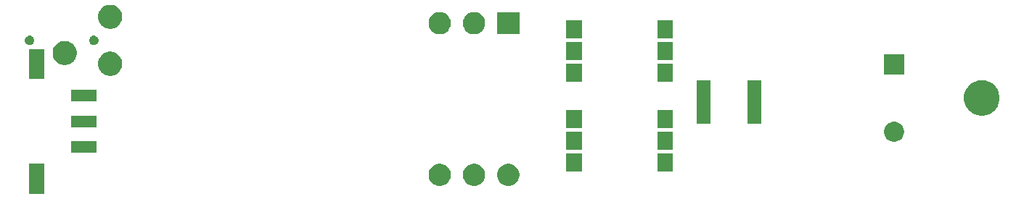
<source format=gbr>
G04 #@! TF.GenerationSoftware,KiCad,Pcbnew,(5.1.0)-1*
G04 #@! TF.CreationDate,2022-11-08T16:58:41+01:00*
G04 #@! TF.ProjectId,DualPressure_V1,4475616c-5072-4657-9373-7572655f5631,rev?*
G04 #@! TF.SameCoordinates,Original*
G04 #@! TF.FileFunction,Soldermask,Bot*
G04 #@! TF.FilePolarity,Negative*
%FSLAX46Y46*%
G04 Gerber Fmt 4.6, Leading zero omitted, Abs format (unit mm)*
G04 Created by KiCad (PCBNEW (5.1.0)-1) date 2022-11-08 16:58:41*
%MOMM*%
%LPD*%
G04 APERTURE LIST*
%ADD10C,0.100000*%
G04 APERTURE END LIST*
D10*
G36*
X128126000Y-110721000D02*
G01*
X126374000Y-110721000D01*
X126374000Y-107189000D01*
X128126000Y-107189000D01*
X128126000Y-110721000D01*
X128126000Y-110721000D01*
G37*
G36*
X182629487Y-107248996D02*
G01*
X182866253Y-107347068D01*
X182866255Y-107347069D01*
X183079339Y-107489447D01*
X183260553Y-107670661D01*
X183402932Y-107883747D01*
X183501004Y-108120513D01*
X183551000Y-108371861D01*
X183551000Y-108628139D01*
X183501004Y-108879487D01*
X183402932Y-109116253D01*
X183402931Y-109116255D01*
X183260553Y-109329339D01*
X183079339Y-109510553D01*
X182866255Y-109652931D01*
X182866254Y-109652932D01*
X182866253Y-109652932D01*
X182629487Y-109751004D01*
X182378139Y-109801000D01*
X182121861Y-109801000D01*
X181870513Y-109751004D01*
X181633747Y-109652932D01*
X181633746Y-109652932D01*
X181633745Y-109652931D01*
X181420661Y-109510553D01*
X181239447Y-109329339D01*
X181097069Y-109116255D01*
X181097068Y-109116253D01*
X180998996Y-108879487D01*
X180949000Y-108628139D01*
X180949000Y-108371861D01*
X180998996Y-108120513D01*
X181097068Y-107883747D01*
X181239447Y-107670661D01*
X181420661Y-107489447D01*
X181633745Y-107347069D01*
X181633747Y-107347068D01*
X181870513Y-107248996D01*
X182121861Y-107199000D01*
X182378139Y-107199000D01*
X182629487Y-107248996D01*
X182629487Y-107248996D01*
G37*
G36*
X174629487Y-107248996D02*
G01*
X174866253Y-107347068D01*
X174866255Y-107347069D01*
X175079339Y-107489447D01*
X175260553Y-107670661D01*
X175402932Y-107883747D01*
X175501004Y-108120513D01*
X175551000Y-108371861D01*
X175551000Y-108628139D01*
X175501004Y-108879487D01*
X175402932Y-109116253D01*
X175402931Y-109116255D01*
X175260553Y-109329339D01*
X175079339Y-109510553D01*
X174866255Y-109652931D01*
X174866254Y-109652932D01*
X174866253Y-109652932D01*
X174629487Y-109751004D01*
X174378139Y-109801000D01*
X174121861Y-109801000D01*
X173870513Y-109751004D01*
X173633747Y-109652932D01*
X173633746Y-109652932D01*
X173633745Y-109652931D01*
X173420661Y-109510553D01*
X173239447Y-109329339D01*
X173097069Y-109116255D01*
X173097068Y-109116253D01*
X172998996Y-108879487D01*
X172949000Y-108628139D01*
X172949000Y-108371861D01*
X172998996Y-108120513D01*
X173097068Y-107883747D01*
X173239447Y-107670661D01*
X173420661Y-107489447D01*
X173633745Y-107347069D01*
X173633747Y-107347068D01*
X173870513Y-107248996D01*
X174121861Y-107199000D01*
X174378139Y-107199000D01*
X174629487Y-107248996D01*
X174629487Y-107248996D01*
G37*
G36*
X178629487Y-107248996D02*
G01*
X178866253Y-107347068D01*
X178866255Y-107347069D01*
X179079339Y-107489447D01*
X179260553Y-107670661D01*
X179402932Y-107883747D01*
X179501004Y-108120513D01*
X179551000Y-108371861D01*
X179551000Y-108628139D01*
X179501004Y-108879487D01*
X179402932Y-109116253D01*
X179402931Y-109116255D01*
X179260553Y-109329339D01*
X179079339Y-109510553D01*
X178866255Y-109652931D01*
X178866254Y-109652932D01*
X178866253Y-109652932D01*
X178629487Y-109751004D01*
X178378139Y-109801000D01*
X178121861Y-109801000D01*
X177870513Y-109751004D01*
X177633747Y-109652932D01*
X177633746Y-109652932D01*
X177633745Y-109652931D01*
X177420661Y-109510553D01*
X177239447Y-109329339D01*
X177097069Y-109116255D01*
X177097068Y-109116253D01*
X176998996Y-108879487D01*
X176949000Y-108628139D01*
X176949000Y-108371861D01*
X176998996Y-108120513D01*
X177097068Y-107883747D01*
X177239447Y-107670661D01*
X177420661Y-107489447D01*
X177633745Y-107347069D01*
X177633747Y-107347068D01*
X177870513Y-107248996D01*
X178121861Y-107199000D01*
X178378139Y-107199000D01*
X178629487Y-107248996D01*
X178629487Y-107248996D01*
G37*
G36*
X190876000Y-108091000D02*
G01*
X189024000Y-108091000D01*
X189024000Y-105989000D01*
X190876000Y-105989000D01*
X190876000Y-108091000D01*
X190876000Y-108091000D01*
G37*
G36*
X201476000Y-108091000D02*
G01*
X199624000Y-108091000D01*
X199624000Y-105989000D01*
X201476000Y-105989000D01*
X201476000Y-108091000D01*
X201476000Y-108091000D01*
G37*
G36*
X134241000Y-105936000D02*
G01*
X131219000Y-105936000D01*
X131219000Y-104564000D01*
X134241000Y-104564000D01*
X134241000Y-105936000D01*
X134241000Y-105936000D01*
G37*
G36*
X201476000Y-105551000D02*
G01*
X199624000Y-105551000D01*
X199624000Y-103449000D01*
X201476000Y-103449000D01*
X201476000Y-105551000D01*
X201476000Y-105551000D01*
G37*
G36*
X190876000Y-105551000D02*
G01*
X189024000Y-105551000D01*
X189024000Y-103449000D01*
X190876000Y-103449000D01*
X190876000Y-105551000D01*
X190876000Y-105551000D01*
G37*
G36*
X227441560Y-102289064D02*
G01*
X227593027Y-102319193D01*
X227807045Y-102407842D01*
X227807046Y-102407843D01*
X227999654Y-102536539D01*
X228163461Y-102700346D01*
X228249258Y-102828751D01*
X228292158Y-102892955D01*
X228380807Y-103106973D01*
X228426000Y-103334174D01*
X228426000Y-103565826D01*
X228380807Y-103793027D01*
X228292158Y-104007045D01*
X228292157Y-104007046D01*
X228163461Y-104199654D01*
X227999654Y-104363461D01*
X227871249Y-104449258D01*
X227807045Y-104492158D01*
X227593027Y-104580807D01*
X227441560Y-104610936D01*
X227365827Y-104626000D01*
X227134173Y-104626000D01*
X227058440Y-104610936D01*
X226906973Y-104580807D01*
X226692955Y-104492158D01*
X226628751Y-104449258D01*
X226500346Y-104363461D01*
X226336539Y-104199654D01*
X226207843Y-104007046D01*
X226207842Y-104007045D01*
X226119193Y-103793027D01*
X226074000Y-103565826D01*
X226074000Y-103334174D01*
X226119193Y-103106973D01*
X226207842Y-102892955D01*
X226250742Y-102828751D01*
X226336539Y-102700346D01*
X226500346Y-102536539D01*
X226692954Y-102407843D01*
X226692955Y-102407842D01*
X226906973Y-102319193D01*
X227058440Y-102289064D01*
X227134173Y-102274000D01*
X227365827Y-102274000D01*
X227441560Y-102289064D01*
X227441560Y-102289064D01*
G37*
G36*
X190876000Y-103011000D02*
G01*
X189024000Y-103011000D01*
X189024000Y-100909000D01*
X190876000Y-100909000D01*
X190876000Y-103011000D01*
X190876000Y-103011000D01*
G37*
G36*
X201476000Y-103011000D02*
G01*
X199624000Y-103011000D01*
X199624000Y-100909000D01*
X201476000Y-100909000D01*
X201476000Y-103011000D01*
X201476000Y-103011000D01*
G37*
G36*
X134241000Y-102936000D02*
G01*
X131219000Y-102936000D01*
X131219000Y-101564000D01*
X134241000Y-101564000D01*
X134241000Y-102936000D01*
X134241000Y-102936000D01*
G37*
G36*
X205850500Y-102551000D02*
G01*
X204273500Y-102551000D01*
X204273500Y-97449000D01*
X205850500Y-97449000D01*
X205850500Y-102551000D01*
X205850500Y-102551000D01*
G37*
G36*
X211726500Y-102551000D02*
G01*
X210149500Y-102551000D01*
X210149500Y-97449000D01*
X211726500Y-97449000D01*
X211726500Y-102551000D01*
X211726500Y-102551000D01*
G37*
G36*
X237971854Y-97477186D02*
G01*
X238105547Y-97503779D01*
X238483355Y-97660273D01*
X238823373Y-97887465D01*
X239112535Y-98176627D01*
X239339727Y-98516645D01*
X239496221Y-98894453D01*
X239576000Y-99295532D01*
X239576000Y-99704468D01*
X239496221Y-100105547D01*
X239339727Y-100483355D01*
X239112535Y-100823373D01*
X238823373Y-101112535D01*
X238483355Y-101339727D01*
X238105547Y-101496221D01*
X237971854Y-101522814D01*
X237704470Y-101576000D01*
X237295530Y-101576000D01*
X237028146Y-101522814D01*
X236894453Y-101496221D01*
X236516645Y-101339727D01*
X236176627Y-101112535D01*
X235887465Y-100823373D01*
X235660273Y-100483355D01*
X235503779Y-100105547D01*
X235424000Y-99704468D01*
X235424000Y-99295532D01*
X235503779Y-98894453D01*
X235660273Y-98516645D01*
X235887465Y-98176627D01*
X236176627Y-97887465D01*
X236516645Y-97660273D01*
X236894453Y-97503779D01*
X237028146Y-97477186D01*
X237295530Y-97424000D01*
X237704470Y-97424000D01*
X237971854Y-97477186D01*
X237971854Y-97477186D01*
G37*
G36*
X134241000Y-99936000D02*
G01*
X131219000Y-99936000D01*
X131219000Y-98564000D01*
X134241000Y-98564000D01*
X134241000Y-99936000D01*
X134241000Y-99936000D01*
G37*
G36*
X201476000Y-97591000D02*
G01*
X199624000Y-97591000D01*
X199624000Y-95489000D01*
X201476000Y-95489000D01*
X201476000Y-97591000D01*
X201476000Y-97591000D01*
G37*
G36*
X190876000Y-97591000D02*
G01*
X189024000Y-97591000D01*
X189024000Y-95489000D01*
X190876000Y-95489000D01*
X190876000Y-97591000D01*
X190876000Y-97591000D01*
G37*
G36*
X128126000Y-97311000D02*
G01*
X126374000Y-97311000D01*
X126374000Y-93779000D01*
X128126000Y-93779000D01*
X128126000Y-97311000D01*
X128126000Y-97311000D01*
G37*
G36*
X136118888Y-94132944D02*
G01*
X136209240Y-94150916D01*
X136464570Y-94256677D01*
X136694361Y-94410218D01*
X136889782Y-94605639D01*
X137043323Y-94835430D01*
X137149084Y-95090760D01*
X137203000Y-95361817D01*
X137203000Y-95638183D01*
X137149084Y-95909240D01*
X137043323Y-96164570D01*
X136889782Y-96394361D01*
X136694361Y-96589782D01*
X136464570Y-96743323D01*
X136209240Y-96849084D01*
X136118888Y-96867056D01*
X135938185Y-96903000D01*
X135661815Y-96903000D01*
X135481112Y-96867056D01*
X135390760Y-96849084D01*
X135135430Y-96743323D01*
X134905639Y-96589782D01*
X134710218Y-96394361D01*
X134556677Y-96164570D01*
X134450916Y-95909240D01*
X134397000Y-95638183D01*
X134397000Y-95361817D01*
X134450916Y-95090760D01*
X134556677Y-94835430D01*
X134710218Y-94605639D01*
X134905639Y-94410218D01*
X135135430Y-94256677D01*
X135390760Y-94150916D01*
X135481112Y-94132944D01*
X135661815Y-94097000D01*
X135938185Y-94097000D01*
X136118888Y-94132944D01*
X136118888Y-94132944D01*
G37*
G36*
X228426000Y-96726000D02*
G01*
X226074000Y-96726000D01*
X226074000Y-94374000D01*
X228426000Y-94374000D01*
X228426000Y-96726000D01*
X228426000Y-96726000D01*
G37*
G36*
X130818888Y-92882944D02*
G01*
X130909240Y-92900916D01*
X131164570Y-93006677D01*
X131394361Y-93160218D01*
X131589782Y-93355639D01*
X131743323Y-93585430D01*
X131849084Y-93840760D01*
X131903000Y-94111817D01*
X131903000Y-94388183D01*
X131849084Y-94659240D01*
X131743323Y-94914570D01*
X131589782Y-95144361D01*
X131394361Y-95339782D01*
X131164570Y-95493323D01*
X130909240Y-95599084D01*
X130818888Y-95617056D01*
X130638185Y-95653000D01*
X130361815Y-95653000D01*
X130181112Y-95617056D01*
X130090760Y-95599084D01*
X129835430Y-95493323D01*
X129605639Y-95339782D01*
X129410218Y-95144361D01*
X129256677Y-94914570D01*
X129150916Y-94659240D01*
X129097000Y-94388183D01*
X129097000Y-94111817D01*
X129150916Y-93840760D01*
X129256677Y-93585430D01*
X129410218Y-93355639D01*
X129605639Y-93160218D01*
X129835430Y-93006677D01*
X130090760Y-92900916D01*
X130181112Y-92882944D01*
X130361815Y-92847000D01*
X130638185Y-92847000D01*
X130818888Y-92882944D01*
X130818888Y-92882944D01*
G37*
G36*
X190876000Y-95051000D02*
G01*
X189024000Y-95051000D01*
X189024000Y-92949000D01*
X190876000Y-92949000D01*
X190876000Y-95051000D01*
X190876000Y-95051000D01*
G37*
G36*
X201476000Y-95051000D02*
G01*
X199624000Y-95051000D01*
X199624000Y-92949000D01*
X201476000Y-92949000D01*
X201476000Y-95051000D01*
X201476000Y-95051000D01*
G37*
G36*
X126560721Y-92220174D02*
G01*
X126660995Y-92261709D01*
X126660996Y-92261710D01*
X126751242Y-92322010D01*
X126827990Y-92398758D01*
X126827991Y-92398760D01*
X126888291Y-92489005D01*
X126929826Y-92589279D01*
X126951000Y-92695730D01*
X126951000Y-92804270D01*
X126929826Y-92910721D01*
X126888291Y-93010995D01*
X126888290Y-93010996D01*
X126827990Y-93101242D01*
X126751242Y-93177990D01*
X126705812Y-93208345D01*
X126660995Y-93238291D01*
X126560721Y-93279826D01*
X126454270Y-93301000D01*
X126345730Y-93301000D01*
X126239279Y-93279826D01*
X126139005Y-93238291D01*
X126094188Y-93208345D01*
X126048758Y-93177990D01*
X125972010Y-93101242D01*
X125911710Y-93010996D01*
X125911709Y-93010995D01*
X125870174Y-92910721D01*
X125849000Y-92804270D01*
X125849000Y-92695730D01*
X125870174Y-92589279D01*
X125911709Y-92489005D01*
X125972009Y-92398760D01*
X125972010Y-92398758D01*
X126048758Y-92322010D01*
X126139004Y-92261710D01*
X126139005Y-92261709D01*
X126239279Y-92220174D01*
X126345730Y-92199000D01*
X126454270Y-92199000D01*
X126560721Y-92220174D01*
X126560721Y-92220174D01*
G37*
G36*
X134060721Y-92220174D02*
G01*
X134160995Y-92261709D01*
X134160996Y-92261710D01*
X134251242Y-92322010D01*
X134327990Y-92398758D01*
X134327991Y-92398760D01*
X134388291Y-92489005D01*
X134429826Y-92589279D01*
X134451000Y-92695730D01*
X134451000Y-92804270D01*
X134429826Y-92910721D01*
X134388291Y-93010995D01*
X134388290Y-93010996D01*
X134327990Y-93101242D01*
X134251242Y-93177990D01*
X134205812Y-93208345D01*
X134160995Y-93238291D01*
X134060721Y-93279826D01*
X133954270Y-93301000D01*
X133845730Y-93301000D01*
X133739279Y-93279826D01*
X133639005Y-93238291D01*
X133594188Y-93208345D01*
X133548758Y-93177990D01*
X133472010Y-93101242D01*
X133411710Y-93010996D01*
X133411709Y-93010995D01*
X133370174Y-92910721D01*
X133349000Y-92804270D01*
X133349000Y-92695730D01*
X133370174Y-92589279D01*
X133411709Y-92489005D01*
X133472009Y-92398760D01*
X133472010Y-92398758D01*
X133548758Y-92322010D01*
X133639004Y-92261710D01*
X133639005Y-92261709D01*
X133739279Y-92220174D01*
X133845730Y-92199000D01*
X133954270Y-92199000D01*
X134060721Y-92220174D01*
X134060721Y-92220174D01*
G37*
G36*
X201476000Y-92511000D02*
G01*
X199624000Y-92511000D01*
X199624000Y-90409000D01*
X201476000Y-90409000D01*
X201476000Y-92511000D01*
X201476000Y-92511000D01*
G37*
G36*
X190876000Y-92511000D02*
G01*
X189024000Y-92511000D01*
X189024000Y-90409000D01*
X190876000Y-90409000D01*
X190876000Y-92511000D01*
X190876000Y-92511000D01*
G37*
G36*
X174629487Y-89498996D02*
G01*
X174866253Y-89597068D01*
X174866255Y-89597069D01*
X175079339Y-89739447D01*
X175260553Y-89920661D01*
X175402932Y-90133747D01*
X175501004Y-90370513D01*
X175551000Y-90621861D01*
X175551000Y-90878139D01*
X175501004Y-91129487D01*
X175402932Y-91366253D01*
X175402931Y-91366255D01*
X175260553Y-91579339D01*
X175079339Y-91760553D01*
X174866255Y-91902931D01*
X174866254Y-91902932D01*
X174866253Y-91902932D01*
X174629487Y-92001004D01*
X174378139Y-92051000D01*
X174121861Y-92051000D01*
X173870513Y-92001004D01*
X173633747Y-91902932D01*
X173633746Y-91902932D01*
X173633745Y-91902931D01*
X173420661Y-91760553D01*
X173239447Y-91579339D01*
X173097069Y-91366255D01*
X173097068Y-91366253D01*
X172998996Y-91129487D01*
X172949000Y-90878139D01*
X172949000Y-90621861D01*
X172998996Y-90370513D01*
X173097068Y-90133747D01*
X173239447Y-89920661D01*
X173420661Y-89739447D01*
X173633745Y-89597069D01*
X173633747Y-89597068D01*
X173870513Y-89498996D01*
X174121861Y-89449000D01*
X174378139Y-89449000D01*
X174629487Y-89498996D01*
X174629487Y-89498996D01*
G37*
G36*
X178629487Y-89498996D02*
G01*
X178866253Y-89597068D01*
X178866255Y-89597069D01*
X179079339Y-89739447D01*
X179260553Y-89920661D01*
X179402932Y-90133747D01*
X179501004Y-90370513D01*
X179551000Y-90621861D01*
X179551000Y-90878139D01*
X179501004Y-91129487D01*
X179402932Y-91366253D01*
X179402931Y-91366255D01*
X179260553Y-91579339D01*
X179079339Y-91760553D01*
X178866255Y-91902931D01*
X178866254Y-91902932D01*
X178866253Y-91902932D01*
X178629487Y-92001004D01*
X178378139Y-92051000D01*
X178121861Y-92051000D01*
X177870513Y-92001004D01*
X177633747Y-91902932D01*
X177633746Y-91902932D01*
X177633745Y-91902931D01*
X177420661Y-91760553D01*
X177239447Y-91579339D01*
X177097069Y-91366255D01*
X177097068Y-91366253D01*
X176998996Y-91129487D01*
X176949000Y-90878139D01*
X176949000Y-90621861D01*
X176998996Y-90370513D01*
X177097068Y-90133747D01*
X177239447Y-89920661D01*
X177420661Y-89739447D01*
X177633745Y-89597069D01*
X177633747Y-89597068D01*
X177870513Y-89498996D01*
X178121861Y-89449000D01*
X178378139Y-89449000D01*
X178629487Y-89498996D01*
X178629487Y-89498996D01*
G37*
G36*
X183551000Y-92051000D02*
G01*
X180949000Y-92051000D01*
X180949000Y-89449000D01*
X183551000Y-89449000D01*
X183551000Y-92051000D01*
X183551000Y-92051000D01*
G37*
G36*
X136118888Y-88632944D02*
G01*
X136209240Y-88650916D01*
X136464570Y-88756677D01*
X136694361Y-88910218D01*
X136889782Y-89105639D01*
X137043323Y-89335430D01*
X137149084Y-89590760D01*
X137203000Y-89861817D01*
X137203000Y-90138183D01*
X137149084Y-90409240D01*
X137043323Y-90664570D01*
X136889782Y-90894361D01*
X136694361Y-91089782D01*
X136464570Y-91243323D01*
X136209240Y-91349084D01*
X136122925Y-91366253D01*
X135938185Y-91403000D01*
X135661815Y-91403000D01*
X135477075Y-91366253D01*
X135390760Y-91349084D01*
X135135430Y-91243323D01*
X134905639Y-91089782D01*
X134710218Y-90894361D01*
X134556677Y-90664570D01*
X134450916Y-90409240D01*
X134397000Y-90138183D01*
X134397000Y-89861817D01*
X134450916Y-89590760D01*
X134556677Y-89335430D01*
X134710218Y-89105639D01*
X134905639Y-88910218D01*
X135135430Y-88756677D01*
X135390760Y-88650916D01*
X135481112Y-88632944D01*
X135661815Y-88597000D01*
X135938185Y-88597000D01*
X136118888Y-88632944D01*
X136118888Y-88632944D01*
G37*
M02*

</source>
